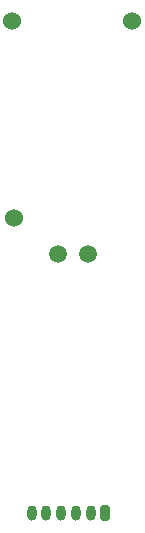
<source format=gbr>
%TF.GenerationSoftware,KiCad,Pcbnew,8.0.4*%
%TF.CreationDate,2024-08-28T21:17:21+02:00*%
%TF.ProjectId,Projektor,50726f6a-656b-4746-9f72-2e6b69636164,rev?*%
%TF.SameCoordinates,Original*%
%TF.FileFunction,Soldermask,Bot*%
%TF.FilePolarity,Negative*%
%FSLAX46Y46*%
G04 Gerber Fmt 4.6, Leading zero omitted, Abs format (unit mm)*
G04 Created by KiCad (PCBNEW 8.0.4) date 2024-08-28 21:17:21*
%MOMM*%
%LPD*%
G01*
G04 APERTURE LIST*
G04 Aperture macros list*
%AMRoundRect*
0 Rectangle with rounded corners*
0 $1 Rounding radius*
0 $2 $3 $4 $5 $6 $7 $8 $9 X,Y pos of 4 corners*
0 Add a 4 corners polygon primitive as box body*
4,1,4,$2,$3,$4,$5,$6,$7,$8,$9,$2,$3,0*
0 Add four circle primitives for the rounded corners*
1,1,$1+$1,$2,$3*
1,1,$1+$1,$4,$5*
1,1,$1+$1,$6,$7*
1,1,$1+$1,$8,$9*
0 Add four rect primitives between the rounded corners*
20,1,$1+$1,$2,$3,$4,$5,0*
20,1,$1+$1,$4,$5,$6,$7,0*
20,1,$1+$1,$6,$7,$8,$9,0*
20,1,$1+$1,$8,$9,$2,$3,0*%
G04 Aperture macros list end*
%ADD10RoundRect,0.200000X0.200000X0.450000X-0.200000X0.450000X-0.200000X-0.450000X0.200000X-0.450000X0*%
%ADD11O,0.800000X1.300000*%
%ADD12C,1.524000*%
%ADD13C,1.500000*%
G04 APERTURE END LIST*
D10*
%TO.C,J1*%
X237750000Y-64500000D03*
D11*
X236500000Y-64500000D03*
X235250000Y-64500000D03*
X234000000Y-64500000D03*
X232750000Y-64500000D03*
X231500000Y-64500000D03*
%TD*%
D12*
%TO.C,U1*%
X229875000Y-22900000D03*
X230005000Y-39537000D03*
X240035000Y-22900000D03*
D13*
X233745000Y-42585000D03*
X236285000Y-42585000D03*
%TD*%
M02*

</source>
